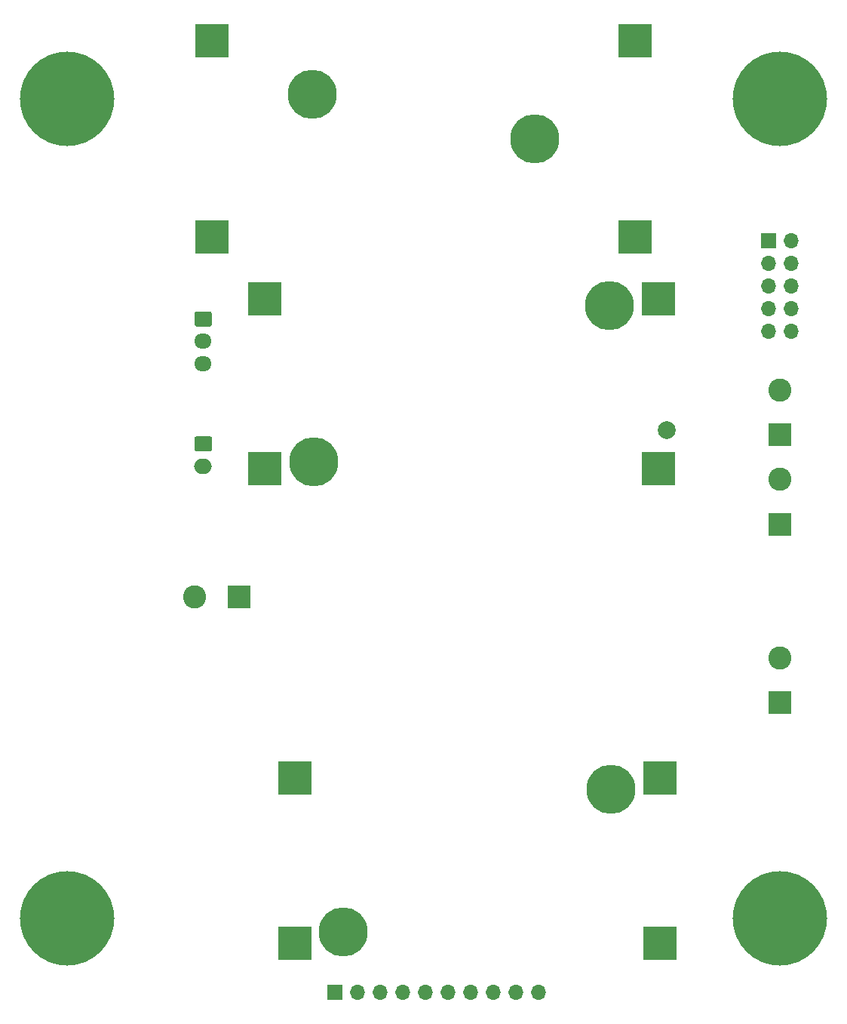
<source format=gts>
G04 #@! TF.GenerationSoftware,KiCad,Pcbnew,5.1.10*
G04 #@! TF.CreationDate,2021-07-21T04:13:33-05:00*
G04 #@! TF.ProjectId,Power Board,506f7765-7220-4426-9f61-72642e6b6963,rev?*
G04 #@! TF.SameCoordinates,Original*
G04 #@! TF.FileFunction,Soldermask,Top*
G04 #@! TF.FilePolarity,Negative*
%FSLAX46Y46*%
G04 Gerber Fmt 4.6, Leading zero omitted, Abs format (unit mm)*
G04 Created by KiCad (PCBNEW 5.1.10) date 2021-07-21 04:13:33*
%MOMM*%
%LPD*%
G01*
G04 APERTURE LIST*
%ADD10O,1.700000X1.700000*%
%ADD11R,1.700000X1.700000*%
%ADD12C,10.600000*%
%ADD13C,0.900000*%
%ADD14C,2.600000*%
%ADD15R,2.600000X2.600000*%
%ADD16O,2.000000X1.700000*%
%ADD17R,3.750000X3.750000*%
%ADD18C,5.500000*%
%ADD19C,2.000000*%
%ADD20O,1.950000X1.700000*%
G04 APERTURE END LIST*
D10*
X108790000Y-52120000D03*
X106250000Y-52120000D03*
X108790000Y-49580000D03*
X106250000Y-49580000D03*
X108790000Y-47040000D03*
X106250000Y-47040000D03*
X108790000Y-44500000D03*
X106250000Y-44500000D03*
X108790000Y-41960000D03*
D11*
X106250000Y-41960000D03*
D12*
X107500000Y-26000000D03*
D13*
X111475000Y-26000000D03*
X110310749Y-28810749D03*
X107500000Y-29975000D03*
X104689251Y-28810749D03*
X103525000Y-26000000D03*
X104689251Y-23189251D03*
X107500000Y-22025000D03*
X110310749Y-23189251D03*
D14*
X107500000Y-58750000D03*
D15*
X107500000Y-63750000D03*
D12*
X107500000Y-118000000D03*
D13*
X111475000Y-118000000D03*
X110310749Y-120810749D03*
X107500000Y-121975000D03*
X104689251Y-120810749D03*
X103525000Y-118000000D03*
X104689251Y-115189251D03*
X107500000Y-114025000D03*
X110310749Y-115189251D03*
D16*
X42750000Y-67250000D03*
G36*
G01*
X42000000Y-63900000D02*
X43500000Y-63900000D01*
G75*
G02*
X43750000Y-64150000I0J-250000D01*
G01*
X43750000Y-65350000D01*
G75*
G02*
X43500000Y-65600000I-250000J0D01*
G01*
X42000000Y-65600000D01*
G75*
G02*
X41750000Y-65350000I0J250000D01*
G01*
X41750000Y-64150000D01*
G75*
G02*
X42000000Y-63900000I250000J0D01*
G01*
G37*
D10*
X80360000Y-126250000D03*
X77820000Y-126250000D03*
X75280000Y-126250000D03*
X72740000Y-126250000D03*
X70200000Y-126250000D03*
X67660000Y-126250000D03*
X65120000Y-126250000D03*
X62580000Y-126250000D03*
X60040000Y-126250000D03*
D11*
X57500000Y-126250000D03*
D17*
X93850000Y-48500000D03*
X93850000Y-67500000D03*
X49650000Y-48500000D03*
X49650000Y-67500000D03*
D18*
X55150000Y-66750000D03*
X88350000Y-49250000D03*
D19*
X94750000Y-63200000D03*
D12*
X27500000Y-26000000D03*
D13*
X31475000Y-26000000D03*
X30310749Y-28810749D03*
X27500000Y-29975000D03*
X24689251Y-28810749D03*
X23525000Y-26000000D03*
X24689251Y-23189251D03*
X27500000Y-22025000D03*
X30310749Y-23189251D03*
D12*
X27500000Y-118000000D03*
D13*
X31475000Y-118000000D03*
X30310749Y-120810749D03*
X27500000Y-121975000D03*
X24689251Y-120810749D03*
X23525000Y-118000000D03*
X24689251Y-115189251D03*
X27500000Y-114025000D03*
X30310749Y-115189251D03*
D14*
X107500000Y-88750000D03*
D15*
X107500000Y-93750000D03*
D14*
X41750000Y-81900000D03*
D15*
X46750000Y-81900000D03*
D18*
X80000000Y-30500000D03*
X55000000Y-25500000D03*
D17*
X91250000Y-41500000D03*
X91250000Y-19500000D03*
X43750000Y-41500000D03*
X43750000Y-19500000D03*
D14*
X107500000Y-68750000D03*
D15*
X107500000Y-73750000D03*
D17*
X53000000Y-120750000D03*
X53000000Y-102250000D03*
X94000000Y-120750000D03*
X94000000Y-102250000D03*
D18*
X88500000Y-103500000D03*
X58500000Y-119500000D03*
D20*
X42750000Y-55750000D03*
X42750000Y-53250000D03*
G36*
G01*
X42025000Y-49900000D02*
X43475000Y-49900000D01*
G75*
G02*
X43725000Y-50150000I0J-250000D01*
G01*
X43725000Y-51350000D01*
G75*
G02*
X43475000Y-51600000I-250000J0D01*
G01*
X42025000Y-51600000D01*
G75*
G02*
X41775000Y-51350000I0J250000D01*
G01*
X41775000Y-50150000D01*
G75*
G02*
X42025000Y-49900000I250000J0D01*
G01*
G37*
M02*

</source>
